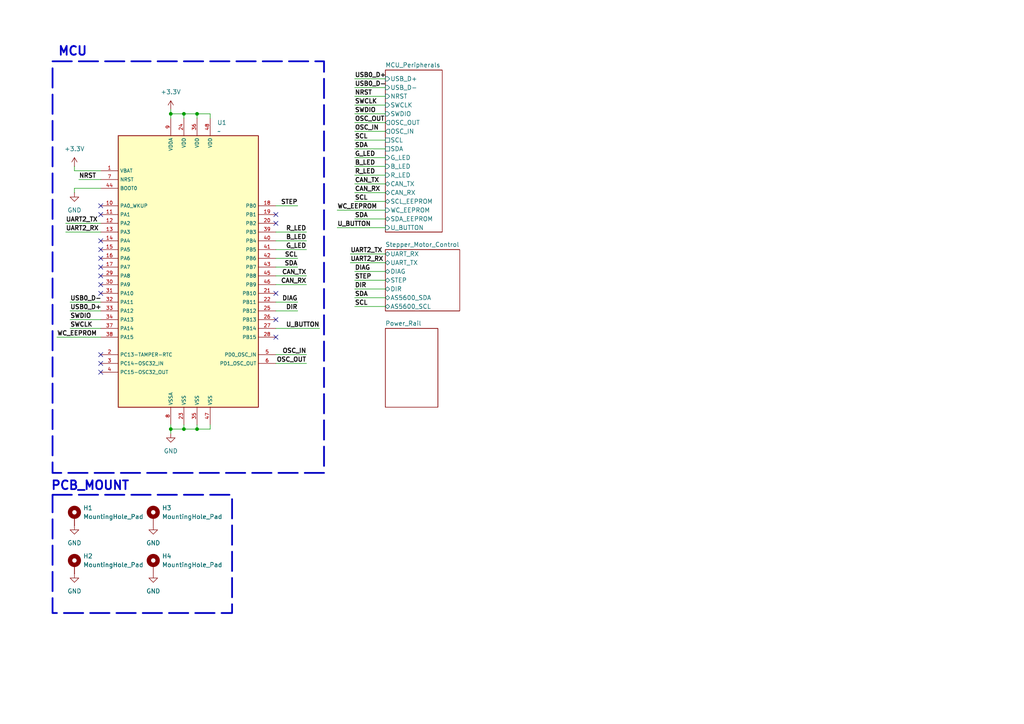
<source format=kicad_sch>
(kicad_sch (version 20231120) (generator "eeschema") (generator_version "8.0")
  (paper "A4")
  (title_block (title "STM32F103C8T6_FOC") (date "2025-12-08") (rev "V0.1") (company "Drag0th"))
  (lib_symbols
    (symbol "KSZ_KiCad_Symbol_Library:STM32F103C8T6"
      (property "Reference" "U" (at 0 0 0))
      (symbol "STM32F103C8T6_0_0"
        (rectangle (start -1.27 -1.27) (end 39.37 -80.01) (stroke (width 0.254)) (fill (type background)))
        (pin bidirectional line (at -6.35 -21.59 0) (length 5.08) (name "PA0_WKUP") (number "10"))
        (pin bidirectional line (at -6.35 -24.13 0) (length 5.08) (name "PA1") (number "11"))
        (pin bidirectional line (at -6.35 -26.67 0) (length 5.08) (name "PA2") (number "12"))
        (pin bidirectional line (at -6.35 -29.21 0) (length 5.08) (name "PA3") (number "13"))
        (pin bidirectional line (at -6.35 -31.75 0) (length 5.08) (name "PA4") (number "14"))
        (pin bidirectional line (at -6.35 -34.29 0) (length 5.08) (name "PA5") (number "15"))
        (pin bidirectional line (at -6.35 -36.83 0) (length 5.08) (name "PA6") (number "16"))
        (pin bidirectional line (at -6.35 -39.37 0) (length 5.08) (name "PA7") (number "17"))
        (pin bidirectional line (at 44.45 -21.59 180) (length 5.08) (name "PB0") (number "18"))
        (pin bidirectional line (at 44.45 -24.13 180) (length 5.08) (name "PB1") (number "19"))
        (pin bidirectional line (at -6.35 -64.77 0) (length 5.08) (name "PC13-TAMPER-RTC") (number "2"))
        (pin bidirectional line (at 44.45 -26.67 180) (length 5.08) (name "PB2") (number "20"))
        (pin bidirectional line (at 44.45 -46.99 180) (length 5.08) (name "PB10") (number "21"))
        (pin bidirectional line (at 44.45 -49.53 180) (length 5.08) (name "PB11") (number "22"))
        (pin power_in line (at 17.78 -85.09 90) (length 5.08) (name "VSS") (number "23"))
        (pin bidirectional line (at 44.45 -52.07 180) (length 5.08) (name "PB12") (number "25"))
        (pin bidirectional line (at 44.45 -54.61 180) (length 5.08) (name "PB13") (number "26"))
        (pin bidirectional line (at 44.45 -57.15 180) (length 5.08) (name "PB14") (number "27"))
        (pin bidirectional line (at 44.45 -59.69 180) (length 5.08) (name "PB15") (number "28"))
        (pin bidirectional line (at -6.35 -41.91 0) (length 5.08) (name "PA8") (number "29"))
        (pin bidirectional line (at -6.35 -67.31 0) (length 5.08) (name "PC14-OSC32_IN") (number "3"))
        (pin bidirectional line (at -6.35 -44.45 0) (length 5.08) (name "PA9") (number "30"))
        (pin bidirectional line (at -6.35 -46.99 0) (length 5.08) (name "PA10") (number "31"))
        (pin bidirectional line (at -6.35 -49.53 0) (length 5.08) (name "PA11") (number "32"))
        (pin bidirectional line (at -6.35 -52.07 0) (length 5.08) (name "PA12") (number "33"))
        (pin bidirectional line (at -6.35 -54.61 0) (length 5.08) (name "PA13") (number "34"))
        (pin power_in line (at 21.59 -85.09 90) (length 5.08) (name "VSS") (number "35"))
        (pin bidirectional line (at -6.35 -57.15 0) (length 5.08) (name "PA14") (number "37"))
        (pin bidirectional line (at -6.35 -59.69 0) (length 5.08) (name "PA15") (number "38"))
        (pin bidirectional line (at 44.45 -29.21 180) (length 5.08) (name "PB3") (number "39"))
        (pin bidirectional line (at -6.35 -69.85 0) (length 5.08) (name "PC15-OSC32_OUT") (number "4"))
        (pin bidirectional line (at 44.45 -31.75 180) (length 5.08) (name "PB4") (number "40"))
        (pin bidirectional line (at 44.45 -34.29 180) (length 5.08) (name "PB5") (number "41"))
        (pin bidirectional line (at 44.45 -36.83 180) (length 5.08) (name "PB6") (number "42"))
        (pin bidirectional line (at 44.45 -39.37 180) (length 5.08) (name "PB7") (number "43"))
        (pin input line (at -6.35 -16.51 0) (length 5.08) (name "BOOT0") (number "44"))
        (pin bidirectional line (at 44.45 -41.91 180) (length 5.08) (name "PB8") (number "45"))
        (pin bidirectional line (at 44.45 -44.45 180) (length 5.08) (name "PB9") (number "46"))
        (pin power_in line (at 25.4 -85.09 90) (length 5.08) (name "VSS") (number "47"))
        (pin bidirectional line (at 44.45 -64.77 180) (length 5.08) (name "PD0_OSC_IN") (number "5"))
        (pin bidirectional line (at 44.45 -67.31 180) (length 5.08) (name "PD1_OSC_OUT") (number "6"))
        (pin input line (at -6.35 -13.97 0) (length 5.08) (name "NRST") (number "7"))
        (pin power_in line (at 13.97 -85.09 90) (length 5.08) (name "VSSA") (number "8"))
      )
      (symbol "STM32F103C8T6_1_0"
        (pin passive line (at -6.35 -11.43 0) (length 5.08) (name "VBAT") (number "1"))
        (pin passive line (at 17.78 3.81 270) (length 5.08) (name "VDD") (number "24"))
        (pin passive line (at 21.59 3.81 270) (length 5.08) (name "VDD") (number "36"))
        (pin passive line (at 25.4 3.81 270) (length 5.08) (name "VDD") (number "48"))
        (pin passive line (at 13.97 3.81 270) (length 5.08) (name "VDDA") (number "9"))
      )
    )
    (symbol "Mechanical:MountingHole_Pad" (pin_numbers hide) (pin_names (offset 1.016) hide) (exclude_from_sim yes) (in_bom no)
      (property "Reference" "H" (at 0 6.35 0))
      (property "Value" "MountingHole_Pad" (at 0 4.445 0))
      (symbol "MountingHole_Pad_0_1"
        (circle (center 0 1.27) (radius 1.27) (stroke (width 1.27)))
      )
      (symbol "MountingHole_Pad_1_1"
        (pin input line (at 0 -2.54 90) (length 2.54) (name "1") (number "1"))
      )
    )
    (symbol "power:+3.3V" (power) (pin_numbers hide) (pin_names (offset 0) hide)
      (property "Value" "+3.3V" (at 0 3.556 0))
      (symbol "+3.3V_0_1"
        (polyline (pts (xy -0.762 1.27) (xy 0 2.54)))
        (polyline (pts (xy 0 0) (xy 0 2.54)))
        (polyline (pts (xy 0 2.54) (xy 0.762 1.27)))
      )
      (symbol "+3.3V_1_1"
        (pin power_in line (at 0 0 90) (length 0) (name "~") (number "1"))
      )
    )
    (symbol "power:GND" (power) (pin_numbers hide) (pin_names (offset 0) hide)
      (property "Value" "GND" (at 0 -3.81 0))
      (symbol "GND_0_1"
        (polyline (pts (xy 0 0) (xy 0 -1.27) (xy 1.27 -1.27) (xy 0 -2.54) (xy -1.27 -1.27) (xy 0 -1.27)))
      )
      (symbol "GND_1_1"
        (pin power_in line (at 0 0 270) (length 0) (name "~") (number "1"))
      )
    )
  )
  (junction (at 53.34 124.46))
  (junction (at 57.15 33.02))
  (junction (at 49.53 124.46))
  (junction (at 57.15 124.46))
  (junction (at 49.53 33.02))
  (junction (at 53.34 33.02))
  (no_connect (at 29.21 107.95))
  (no_connect (at 29.21 105.41))
  (no_connect (at 80.01 64.77))
  (no_connect (at 29.21 72.39))
  (no_connect (at 29.21 59.69))
  (no_connect (at 80.01 92.71))
  (no_connect (at 80.01 62.23))
  (no_connect (at 29.21 74.93))
  (no_connect (at 29.21 85.09))
  (no_connect (at 80.01 85.09))
  (no_connect (at 29.21 102.87))
  (no_connect (at 29.21 77.47))
  (no_connect (at 80.01 97.79))
  (no_connect (at 29.21 62.23))
  (no_connect (at 29.21 82.55))
  (no_connect (at 29.21 69.85))
  (no_connect (at 29.21 80.01))
  (wire (pts (xy 111.76 58.42) (xy 102.87 58.42)))
  (wire (pts (xy 29.21 54.61) (xy 21.59 54.61)))
  (wire (pts (xy 53.34 124.46) (xy 57.15 124.46)))
  (wire (pts (xy 111.76 50.8) (xy 102.87 50.8)))
  (wire (pts (xy 80.01 102.87) (xy 88.9 102.87)))
  (wire (pts (xy 102.87 38.1) (xy 111.76 38.1)))
  (wire (pts (xy 53.34 33.02) (xy 49.53 33.02)))
  (wire (pts (xy 49.53 123.19) (xy 49.53 124.46)))
  (wire (pts (xy 22.86 52.07) (xy 29.21 52.07)))
  (wire (pts (xy 80.01 67.31) (xy 88.9 67.31)))
  (wire (pts (xy 20.32 87.63) (xy 29.21 87.63)))
  (wire (pts (xy 57.15 124.46) (xy 60.96 124.46)))
  (wire (pts (xy 60.96 124.46) (xy 60.96 123.19)))
  (wire (pts (xy 111.76 63.5) (xy 102.87 63.5)))
  (wire (pts (xy 111.76 60.96) (xy 97.79 60.96)))
  (wire (pts (xy 80.01 90.17) (xy 86.36 90.17)))
  (wire (pts (xy 21.59 48.26) (xy 21.59 49.53)))
  (wire (pts (xy 19.05 67.31) (xy 29.21 67.31)))
  (wire (pts (xy 102.87 25.4) (xy 111.76 25.4)))
  (wire (pts (xy 102.87 22.86) (xy 111.76 22.86)))
  (wire (pts (xy 80.01 74.93) (xy 86.36 74.93)))
  (wire (pts (xy 86.36 59.69) (xy 80.01 59.69)))
  (wire (pts (xy 19.05 64.77) (xy 29.21 64.77)))
  (wire (pts (xy 29.21 97.79) (xy 16.51 97.79)))
  (wire (pts (xy 111.76 81.28) (xy 102.87 81.28)))
  (wire (pts (xy 80.01 72.39) (xy 88.9 72.39)))
  (wire (pts (xy 80.01 105.41) (xy 88.9 105.41)))
  (wire (pts (xy 57.15 123.19) (xy 57.15 124.46)))
  (wire (pts (xy 111.76 48.26) (xy 102.87 48.26)))
  (wire (pts (xy 80.01 87.63) (xy 86.36 87.63)))
  (wire (pts (xy 57.15 33.02) (xy 57.15 34.29)))
  (wire (pts (xy 53.34 123.19) (xy 53.34 124.46)))
  (wire (pts (xy 60.96 34.29) (xy 60.96 33.02)))
  (wire (pts (xy 20.32 92.71) (xy 29.21 92.71)))
  (wire (pts (xy 20.32 90.17) (xy 29.21 90.17)))
  (wire (pts (xy 21.59 49.53) (xy 29.21 49.53)))
  (wire (pts (xy 111.76 78.74) (xy 102.87 78.74)))
  (wire (pts (xy 102.87 35.56) (xy 111.76 35.56)))
  (wire (pts (xy 80.01 95.25) (xy 92.71 95.25)))
  (wire (pts (xy 53.34 33.02) (xy 57.15 33.02)))
  (wire (pts (xy 111.76 76.2) (xy 101.6 76.2)))
  (wire (pts (xy 111.76 86.36) (xy 102.87 86.36)))
  (wire (pts (xy 20.32 95.25) (xy 29.21 95.25)))
  (wire (pts (xy 88.9 82.55) (xy 80.01 82.55)))
  (wire (pts (xy 111.76 66.04) (xy 97.79 66.04)))
  (wire (pts (xy 80.01 77.47) (xy 86.36 77.47)))
  (wire (pts (xy 111.76 83.82) (xy 102.87 83.82)))
  (wire (pts (xy 49.53 31.75) (xy 49.53 33.02)))
  (wire (pts (xy 111.76 55.88) (xy 102.87 55.88)))
  (wire (pts (xy 88.9 80.01) (xy 80.01 80.01)))
  (wire (pts (xy 111.76 40.64) (xy 102.87 40.64)))
  (wire (pts (xy 111.76 53.34) (xy 102.87 53.34)))
  (wire (pts (xy 53.34 34.29) (xy 53.34 33.02)))
  (wire (pts (xy 111.76 45.72) (xy 102.87 45.72)))
  (wire (pts (xy 49.53 33.02) (xy 49.53 34.29)))
  (wire (pts (xy 21.59 54.61) (xy 21.59 55.88)))
  (wire (pts (xy 111.76 43.18) (xy 102.87 43.18)))
  (wire (pts (xy 49.53 124.46) (xy 49.53 125.73)))
  (wire (pts (xy 49.53 124.46) (xy 53.34 124.46)))
  (wire (pts (xy 102.87 27.94) (xy 111.76 27.94)))
  (wire (pts (xy 111.76 88.9) (xy 102.87 88.9)))
  (wire (pts (xy 102.87 30.48) (xy 111.76 30.48)))
  (wire (pts (xy 111.76 73.66) (xy 101.6 73.66)))
  (wire (pts (xy 80.01 69.85) (xy 88.9 69.85)))
  (wire (pts (xy 60.96 33.02) (xy 57.15 33.02)))
  (wire (pts (xy 102.87 33.02) (xy 111.76 33.02)))
  (rectangle (start 15.24 17.78) (end 93.98 137.16) (stroke (width 0.508) (type dash)))
  (rectangle (start 15.24 143.51) (end 67.31 177.8) (stroke (width 0.508) (type dash)))
  (text "PCB_MOUNT" (at 26.162 140.97 0) (effects (font (size 2.54 2.54) (thickness 0.508) (bold yes))))
  (text "MCU" (at 21.082 14.986 0) (effects (font (size 2.54 2.54) (thickness 0.508) (bold yes))))
  (label "UART2_TX" (at 101.6 73.66 0) (effects (font (thickness 0.254) (bold yes))))
  (label "R_LED" (at 102.87 50.8 0) (effects (font (thickness 0.254) (bold yes))))
  (label "STEP" (at 102.87 81.28 0) (effects (font (thickness 0.254) (bold yes))))
  (label "SDA" (at 102.87 43.18 0) (effects (font (thickness 0.254) (bold yes))))
  (label "UART2_TX" (at 19.05 64.77 0) (effects (font (thickness 0.254) (bold yes))))
  (label "DIR" (at 102.87 83.82 0) (effects (font (thickness 0.254) (bold yes))))
  (label "SDA" (at 102.87 63.5 0) (effects (font (thickness 0.254) (bold yes))))
  (label "WC_EEPROM" (at 16.51 97.79 0) (effects (font (thickness 0.254) (bold yes))))
  (label "U_BUTTON" (at 92.71 95.25 180) (effects (font (thickness 0.254) (bold yes))))
  (label "SWDIO" (at 20.32 92.71 0) (effects (font (thickness 0.254) (bold yes))))
  (label "STEP" (at 86.36 59.69 180) (effects (font (thickness 0.254) (bold yes))))
  (label "SCL" (at 102.87 40.64 0) (effects (font (thickness 0.254) (bold yes))))
  (label "U_BUTTON" (at 97.79 66.04 0) (effects (font (thickness 0.254) (bold yes))))
  (label "SCL" (at 102.87 88.9 0) (effects (font (thickness 0.254) (bold yes))))
  (label "B_LED" (at 102.87 48.26 0) (effects (font (thickness 0.254) (bold yes))))
  (label "UART2_RX" (at 19.05 67.31 0) (effects (font (thickness 0.254) (bold yes))))
  (label "NRST" (at 22.86 52.07 0) (effects (font (thickness 0.254) (bold yes))))
  (label "SCL" (at 86.36 74.93 180) (effects (font (thickness 0.254) (bold yes))))
  (label "USB0_D-" (at 102.87 25.4 0) (effects (font (thickness 0.254) (bold yes))))
  (label "NRST" (at 102.87 27.94 0) (effects (font (thickness 0.254) (bold yes))))
  (label "G_LED" (at 88.9 72.39 180) (effects (font (thickness 0.254) (bold yes))))
  (label "CAN_RX" (at 102.87 55.88 0) (effects (font (thickness 0.254) (bold yes))))
  (label "CAN_TX" (at 102.87 53.34 0) (effects (font (thickness 0.254) (bold yes))))
  (label "CAN_RX" (at 88.9 82.55 180) (effects (font (thickness 0.254) (bold yes))))
  (label "OSC_OUT" (at 102.87 35.56 0) (effects (font (thickness 0.254) (bold yes))))
  (label "SDA" (at 102.87 86.36 0) (effects (font (thickness 0.254) (bold yes))))
  (label "OSC_IN" (at 88.9 102.87 180) (effects (font (thickness 0.254) (bold yes))))
  (label "USB0_D+" (at 20.32 90.17 0) (effects (font (thickness 0.254) (bold yes))))
  (label "DIR" (at 86.36 90.17 180) (effects (font (thickness 0.254) (bold yes))))
  (label "G_LED" (at 102.87 45.72 0) (effects (font (thickness 0.254) (bold yes))))
  (label "R_LED" (at 88.9 67.31 180) (effects (font (thickness 0.254) (bold yes))))
  (label "DIAG" (at 86.36 87.63 180) (effects (font (thickness 0.254) (bold yes))))
  (label "CAN_TX" (at 88.9 80.01 180) (effects (font (thickness 0.254) (bold yes))))
  (label "B_LED" (at 88.9 69.85 180) (effects (font (thickness 0.254) (bold yes))))
  (label "SDA" (at 86.36 77.47 180) (effects (font (thickness 0.254) (bold yes))))
  (label "UART2_RX" (at 101.6 76.2 0) (effects (font (thickness 0.254) (bold yes))))
  (label "USB0_D-" (at 20.32 87.63 0) (effects (font (thickness 0.254) (bold yes))))
  (label "SWCLK" (at 20.32 95.25 0) (effects (font (thickness 0.254) (bold yes))))
  (label "WC_EEPROM" (at 97.79 60.96 0) (effects (font (thickness 0.254) (bold yes))))
  (label "DIAG" (at 102.87 78.74 0) (effects (font (thickness 0.254) (bold yes))))
  (label "OSC_IN" (at 102.87 38.1 0) (effects (font (thickness 0.254) (bold yes))))
  (label "SWCLK" (at 102.87 30.48 0) (effects (font (thickness 0.254) (bold yes))))
  (label "SCL" (at 102.87 58.42 0) (effects (font (thickness 0.254) (bold yes))))
  (label "OSC_OUT" (at 88.9 105.41 180) (effects (font (thickness 0.254) (bold yes))))
  (label "SWDIO" (at 102.87 33.02 0) (effects (font (thickness 0.254) (bold yes))))
  (label "USB0_D+" (at 102.87 22.86 0) (effects (font (thickness 0.254) (bold yes))))
  (symbol (lib_id "power:+3.3V") (at 21.59 48.26 0) (unit 1)
    (property "Reference" "#PWR011" (effects (hide yes)))
    (property "Value" "+3.3V" (at 21.59 43.18 0))
    (property "Description" "Power symbol creates a global label with name \"+3.3V\"" (effects (hide yes)))
  )
  (symbol (lib_id "power:+3.3V") (at 49.53 31.75 0) (unit 1)
    (property "Reference" "#PWR06" (effects (hide yes)))
    (property "Value" "+3.3V" (at 49.53 26.67 0))
    (property "Description" "Power symbol creates a global label with name \"+3.3V\"" (effects (hide yes)))
  )
  (symbol (lib_id "Mechanical:MountingHole_Pad") (at 44.45 163.83 0) (unit 1) (exclude_from_sim yes) (in_bom no)
    (property "Reference" "H4" (at 46.99 161.2899 0) (effects (justify left)))
    (property "Value" "MountingHole_Pad" (at 46.99 163.8299 0) (effects (justify left)))
    (property "Footprint" "MountingHole:MountingHole_3.2mm_M3_ISO7380_Pad" (effects (hide yes)))
    (property "Description" "Mounting Hole with connection" (effects (hide yes)))
  )
  (symbol (lib_id "Mechanical:MountingHole_Pad") (at 21.59 149.86 0) (unit 1) (exclude_from_sim yes) (in_bom no)
    (property "Reference" "H1" (at 24.13 147.3199 0) (effects (justify left)))
    (property "Value" "MountingHole_Pad" (at 24.13 149.8599 0) (effects (justify left)))
    (property "Footprint" "MountingHole:MountingHole_3.2mm_M3_ISO7380_Pad" (effects (hide yes)))
    (property "Description" "Mounting Hole with connection" (effects (hide yes)))
  )
  (symbol (lib_id "power:GND") (at 44.45 166.37 0) (unit 1)
    (property "Reference" "#PWR0101" (effects (hide yes)))
    (property "Value" "GND" (at 44.45 171.45 0))
    (property "Description" "Power symbol creates a global label with name \"GND\" , ground" (effects (hide yes)))
  )
  (symbol (lib_id "Mechanical:MountingHole_Pad") (at 21.59 163.83 0) (unit 1) (exclude_from_sim yes) (in_bom no)
    (property "Reference" "H2" (at 24.13 161.2899 0) (effects (justify left)))
    (property "Value" "MountingHole_Pad" (at 24.13 163.8299 0) (effects (justify left)))
    (property "Footprint" "MountingHole:MountingHole_3.2mm_M3_ISO7380_Pad" (effects (hide yes)))
    (property "Description" "Mounting Hole with connection" (effects (hide yes)))
  )
  (symbol (lib_id "Mechanical:MountingHole_Pad") (at 44.45 149.86 0) (unit 1) (exclude_from_sim yes) (in_bom no)
    (property "Reference" "H3" (at 46.99 147.3199 0) (effects (justify left)))
    (property "Value" "MountingHole_Pad" (at 46.99 149.8599 0) (effects (justify left)))
    (property "Footprint" "MountingHole:MountingHole_3.2mm_M3_ISO7380_Pad" (effects (hide yes)))
    (property "Description" "Mounting Hole with connection" (effects (hide yes)))
  )
  (symbol (lib_id "power:GND") (at 49.53 125.73 0) (unit 1)
    (property "Reference" "#PWR05" (effects (hide yes)))
    (property "Value" "GND" (at 49.53 130.81 0))
    (property "Description" "Power symbol creates a global label with name \"GND\" , ground" (effects (hide yes)))
  )
  (symbol (lib_id "power:GND") (at 21.59 166.37 0) (unit 1)
    (property "Reference" "#PWR0100" (effects (hide yes)))
    (property "Value" "GND" (at 21.59 171.45 0))
    (property "Description" "Power symbol creates a global label with name \"GND\" , ground" (effects (hide yes)))
  )
  (symbol (lib_id "KSZ_KiCad_Symbol_Library:STM32F103C8T6") (at 35.56 38.1 0) (unit 1)
    (property "Reference" "U1" (at 62.9794 35.56 0) (effects (justify left)))
    (property "Value" "~" (at 62.9794 38.1 0) (effects (justify left)))
    (property "Footprint" "KSZ_KiCad_Footprint_Library:QFP50P900X900X160-48N" (effects (hide yes)))
  )
  (symbol (lib_id "power:GND") (at 21.59 55.88 0) (unit 1)
    (property "Reference" "#PWR014" (effects (hide yes)))
    (property "Value" "GND" (at 21.59 60.96 0))
    (property "Description" "Power symbol creates a global label with name \"GND\" , ground" (effects (hide yes)))
  )
  (symbol (lib_id "power:GND") (at 21.59 152.4 0) (unit 1)
    (property "Reference" "#PWR098" (effects (hide yes)))
    (property "Value" "GND" (at 21.59 157.48 0))
    (property "Description" "Power symbol creates a global label with name \"GND\" , ground" (effects (hide yes)))
  )
  (symbol (lib_id "power:GND") (at 44.45 152.4 0) (unit 1)
    (property "Reference" "#PWR099" (effects (hide yes)))
    (property "Value" "GND" (at 44.45 157.48 0))
    (property "Description" "Power symbol creates a global label with name \"GND\" , ground" (effects (hide yes)))
  )
  (sheet (at 111.76 95.25) (size 15.24 22.86) (stroke (width 0.1524))
    (property "Sheetname" "Power_Rail" (at 111.76 94.5384 0) (effects (justify left bottom)))
    (property "Sheetfile" "Power_Rail.kicad_sch" (effects (hide yes)))
  )
  (sheet (at 111.76 20.32) (size 16.51 46.99) (stroke (width 0.1524))
    (property "Sheetname" "MCU_Peripherals" (at 111.76 19.6084 0) (effects (justify left bottom)))
    (property "Sheetfile" "MCU_Peripherals.kicad_sch" (effects (hide yes)))
    (pin "USB_D+" input (at 111.76 22.86 180))
    (pin "USB_D-" input (at 111.76 25.4 180))
    (pin "NRST" input (at 111.76 27.94 180))
    (pin "SWCLK" input (at 111.76 30.48 180))
    (pin "SWDIO" input (at 111.76 33.02 180))
    (pin "OSC_OUT" output (at 111.76 35.56 180))
    (pin "OSC_IN" output (at 111.76 38.1 180))
    (pin "SCL" passive (at 111.76 40.64 180))
    (pin "SDA" passive (at 111.76 43.18 180))
    (pin "G_LED" input (at 111.76 45.72 180))
    (pin "B_LED" input (at 111.76 48.26 180))
    (pin "R_LED" input (at 111.76 50.8 180))
    (pin "CAN_TX" bidirectional (at 111.76 53.34 180))
    (pin "CAN_RX" bidirectional (at 111.76 55.88 180))
    (pin "SCL_EEPROM" bidirectional (at 111.76 58.42 180))
    (pin "WC_EEPROM" input (at 111.76 60.96 180))
    (pin "SDA_EEPROM" bidirectional (at 111.76 63.5 180))
    (pin "U_BUTTON" input (at 111.76 66.04 180))
  )
  (sheet (at 111.76 72.39) (size 21.59 17.78) (stroke (width 0.1524))
    (property "Sheetname" "Stepper_Motor_Control" (at 111.76 71.6784 0) (effects (justify left bottom)))
    (property "Sheetfile" "Stepper_Motor_Control.kicad_sch" (effects (hide yes)))
    (pin "UART_RX" bidirectional (at 111.76 73.66 180))
    (pin "UART_TX" bidirectional (at 111.76 76.2 180))
    (pin "DIAG" bidirectional (at 111.76 78.74 180))
    (pin "STEP" bidirectional (at 111.76 81.28 180))
    (pin "DIR" bidirectional (at 111.76 83.82 180))
    (pin "AS5600_SDA" bidirectional (at 111.76 86.36 180))
    (pin "AS5600_SCL" bidirectional (at 111.76 88.9 180))
  )
)
</source>
